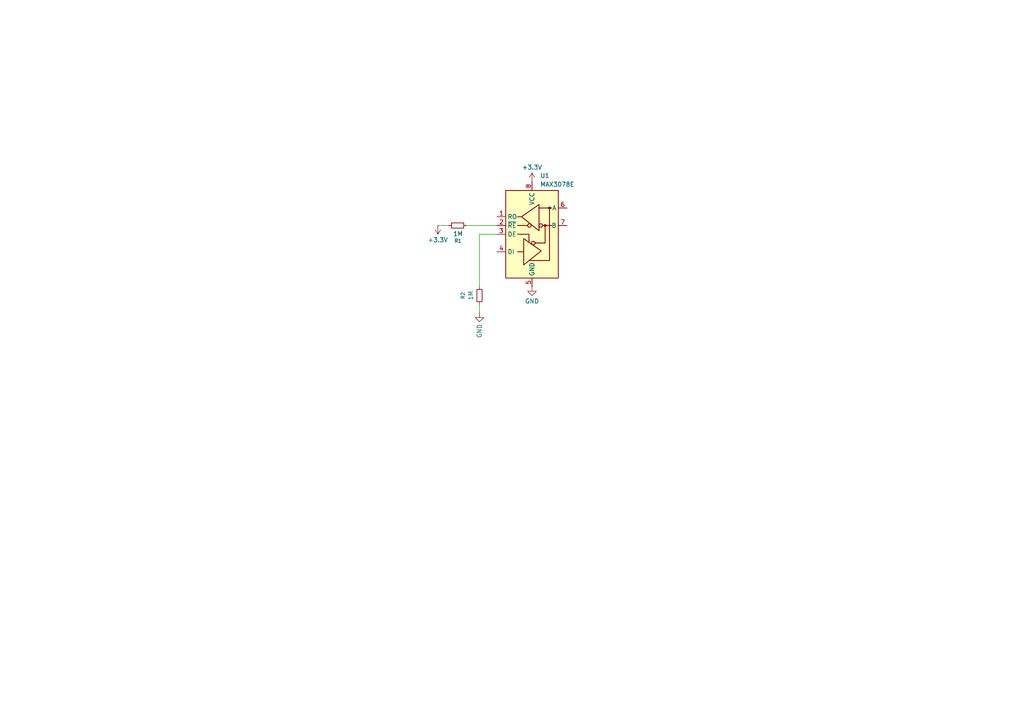
<source format=kicad_sch>
(kicad_sch (version 20250114) (generator "eeschema") (generator_version "9.0")
  (paper "A4")
  (lib_symbols
    (symbol "Device:R_Small" (pin_numbers (hide yes)) (pin_names (offset 0.254) (hide yes))
      (property "Reference" "R" (at 0 0 90))
      (property "Value" "R_Small" (at 1.778 0 90))
      (symbol "R_Small_0_1"
        (rectangle (start -0.762 1.778) (end 0.762 -1.778) (stroke (width 0.2032)))
      )
      (symbol "R_Small_1_1"
        (pin passive line (at 0 2.54 270) (length 0.762) (name "~") (number "1"))
        (pin passive line (at 0 -2.54 90) (length 0.762) (name "~") (number "2"))
      )
    )
    (symbol "Interface_UART:MAX3078E"
      (property "Reference" "U" (at -7.62 13.97 0))
      (property "Value" "MAX3078E" (at 1.905 13.97 0))
      (symbol "MAX3078E_0_1"
        (rectangle (start -7.62 12.7) (end 7.62 -12.7) (stroke (width 0.254)) (fill (type background)))
        (polyline (pts (xy -4.191 2.54) (xy -1.27 2.54)) (stroke (width 0.254)))
        (polyline (pts (xy -4.191 0) (xy -0.889 0) (xy -0.889 -2.286)) (stroke (width 0.254)))
        (polyline (pts (xy -3.175 5.08) (xy -4.191 5.08) (xy -4.064 5.08)) (stroke (width 0.254)))
        (polyline (pts (xy -2.54 -5.08) (xy -4.191 -5.08)) (stroke (width 0.254)))
        (polyline (pts (xy -2.413 -5.08) (xy -2.413 -1.27) (xy 2.667 -4.826) (xy -2.413 -8.89) (xy -2.413 -5.08)) (stroke (width 0.254)))
        (polyline (pts (xy -0.635 -7.62) (xy 5.08 -7.62)) (stroke (width 0.254)))
        (circle (center 0.381 -2.54) (radius 0.508) (stroke (width 0.254)))
        (polyline (pts (xy 0.889 -2.54) (xy 3.81 -2.54)) (stroke (width 0.254)))
        (polyline (pts (xy 2.032 7.62) (xy 5.715 7.62)) (stroke (width 0.254)))
        (polyline (pts (xy 3.048 2.54) (xy 5.715 2.54)) (stroke (width 0.254)))
        (circle (center 3.81 2.54) (radius 0.2794) (stroke (width 0.254)) (fill (type outline)))
        (polyline (pts (xy 3.81 -2.54) (xy 3.81 2.54)) (stroke (width 0.254)))
        (polyline (pts (xy 5.08 -7.62) (xy 5.08 7.62)) (stroke (width 0.254)))
      )
      (symbol "MAX3078E_1_1"
        (circle (center -0.762 2.54) (radius 0.508) (stroke (width 0.254)))
        (polyline (pts (xy 2.032 4.826) (xy 2.032 8.636) (xy -3.048 5.08) (xy 2.032 1.016) (xy 2.032 4.826)) (stroke (width 0.254)))
        (circle (center 2.54 2.54) (radius 0.508) (stroke (width 0.254)))
        (circle (center 5.08 7.62) (radius 0.2794) (stroke (width 0.254)) (fill (type outline)))
        (pin output line (at -10.16 5.08 0) (length 2.54) (name "RO") (number "1"))
        (pin input line (at -10.16 2.54 0) (length 2.54) (name "~{RE}") (number "2"))
        (pin input line (at -10.16 0 0) (length 2.54) (name "DE") (number "3"))
        (pin input line (at -10.16 -5.08 0) (length 2.54) (name "DI") (number "4"))
        (pin power_in line (at 0 15.24 270) (length 2.54) (name "VCC") (number "8"))
        (pin power_in line (at 0 -15.24 90) (length 2.54) (name "GND") (number "5"))
        (pin bidirectional line (at 10.16 7.62 180) (length 2.54) (name "A") (number "6"))
        (pin bidirectional line (at 10.16 2.54 180) (length 2.54) (name "B") (number "7"))
      )
    )
    (symbol "power:+3.3V" (power) (pin_numbers (hide yes)) (pin_names (offset 0) (hide yes))
      (property "Value" "+3.3V" (at 0 3.556 0))
      (symbol "+3.3V_0_1"
        (polyline (pts (xy -0.762 1.27) (xy 0 2.54)))
        (polyline (pts (xy 0 2.54) (xy 0.762 1.27)))
        (polyline (pts (xy 0 0) (xy 0 2.54)))
      )
      (symbol "+3.3V_1_1"
        (pin power_in line (at 0 0 90) (length 0) (name "~") (number "1"))
      )
    )
    (symbol "power:GND" (power) (pin_numbers (hide yes)) (pin_names (offset 0) (hide yes))
      (property "Value" "GND" (at 0 -3.81 0))
      (symbol "GND_0_1"
        (polyline (pts (xy 0 0) (xy 0 -1.27) (xy 1.27 -1.27) (xy 0 -2.54) (xy -1.27 -1.27) (xy 0 -1.27)))
      )
      (symbol "GND_1_1"
        (pin power_in line (at 0 0 270) (length 0) (name "~") (number "1"))
      )
    )
  )
  (wire (pts (xy 139.065 67.945) (xy 144.145 67.945)))
  (wire (pts (xy 139.065 83.185) (xy 139.065 67.945)))
  (wire (pts (xy 127 65.405) (xy 130.175 65.405)))
  (wire (pts (xy 135.255 65.405) (xy 144.145 65.405)))
  (wire (pts (xy 139.065 90.805) (xy 139.065 88.265)))
  (symbol (lib_id "power:GND") (at 154.305 83.185 0) (unit 1)
    (property "Reference" "#PWR01" (effects (hide yes)))
    (property "Value" "GND" (at 154.305 87.366 0))
    (property "Description" "Power symbol creates a global label with name \"GND\" , ground" (effects (hide yes)))
  )
  (symbol (lib_id "Interface_UART:MAX3078E") (at 154.305 67.945 0) (unit 1)
    (property "Reference" "U1" (at 156.6446 50.957 0) (effects (justify left)))
    (property "Value" "MAX3078E" (at 156.6446 53.477 0) (effects (justify left)))
    (property "Footprint" "Package_SO:SOIC-8_3.9x4.9mm_P1.27mm" (effects (hide yes)))
    (property "Datasheet" "https://datasheets.maximintegrated.com/en/ds/MAX3070E-MAX3079E.pdf" (effects (hide yes)))
    (property "Description" "+3.3V, ±15kV ESD-Protected, Fail-Safe, Hot-Swap, RS-485/RS-422 Transceivers, SOIC-8" (effects (hide yes)))
  )
  (symbol (lib_id "Device:R_Small") (at 132.715 65.405 90) (unit 1)
    (property "Reference" "R1" (at 132.842 69.85 90) (effects (font (size 1.016 1.016))))
    (property "Value" "1M" (at 132.842 67.818 90))
    (property "Footprint" "Resistor_SMD:R_0603_1608Metric_Pad0.98x0.95mm_HandSolder" (effects (hide yes)))
    (property "Description" "Resistor, small symbol" (effects (hide yes)))
  )
  (symbol (lib_id "power:GND") (at 139.065 90.805 0) (unit 1)
    (property "Reference" "#PWR04" (effects (hide yes)))
    (property "Value" "GND" (at 139.065 93.9799 90) (effects (justify right)))
    (property "Description" "Power symbol creates a global label with name \"GND\" , ground" (effects (hide yes)))
  )
  (symbol (lib_id "power:+3.3V") (at 127 65.405 180) (unit 1)
    (property "Reference" "#PWR03" (effects (hide yes)))
    (property "Value" "+3.3V" (at 127 69.586 0))
    (property "Description" "Power symbol creates a global label with name \"+3.3V\"" (effects (hide yes)))
  )
  (symbol (lib_id "Device:R_Small") (at 139.065 85.725 0) (unit 1)
    (property "Reference" "R2" (at 134.2543 85.725 90) (effects (font (size 1.016 1.016))))
    (property "Value" "1M" (at 136.5604 85.725 90))
    (property "Footprint" "Resistor_SMD:R_0603_1608Metric_Pad0.98x0.95mm_HandSolder" (effects (hide yes)))
    (property "Description" "Resistor, small symbol" (effects (hide yes)))
  )
  (symbol (lib_id "power:+3.3V") (at 154.305 52.705 0) (unit 1)
    (property "Reference" "#PWR02" (effects (hide yes)))
    (property "Value" "+3.3V" (at 154.305 48.524 0))
    (property "Description" "Power symbol creates a global label with name \"+3.3V\"" (effects (hide yes)))
  )
)
</source>
